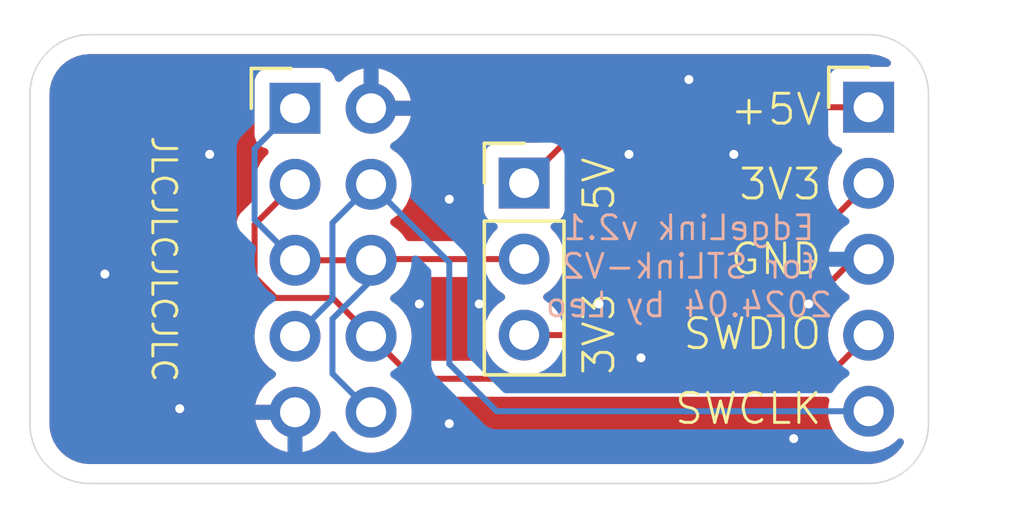
<source format=kicad_pcb>
(kicad_pcb (version 20240108) (generator "pcbnew") (generator_version "8.0")
  (layers (0 "F.Cu" signal) (31 "B.Cu" signal) (34 "B.Paste" user) (35 "F.Paste" user) (36 "B.SilkS" user "B.Silkscreen") (37 "F.SilkS" user "F.Silkscreen") (38 "B.Mask" user) (39 "F.Mask" user) (44 "Edge.Cuts" user))
  (net 0 "")
  (net 1 "/SWDIO")
  (net 2 "GND")
  (net 3 "+3.3V")
  (net 4 "/SWCLK")
  (net 5 "+5V")
  (net 6 "/Boot")
  (footprint "Connector_PinHeader_2.54mm:PinHeader_1x05_P2.54mm_Vertical" (layer "F.Cu") (at 69 49.425)
    (property "Reference" "J3")
    (property "Value" "Conn_STLink2")
    (fp_line (start -1.33 -1.33) (end 0 -1.33) (stroke (width 0.12)) (layer "F.SilkS"))
    (fp_line (start -1.33 0) (end -1.33 -1.33) (stroke (width 0.12)) (layer "F.SilkS"))
    (pad "1" thru_hole rect (at 0 0) (size 1.7 1.7) (drill 1) (layers "*.Cu" "*.Mask") (net 5 "+5V"))
    (pad "2" thru_hole oval (at 0 2.54) (size 1.7 1.7) (drill 1) (layers "*.Cu" "*.Mask") (net 3 "+3.3V"))
    (pad "3" thru_hole oval (at 0 5.08) (size 1.7 1.7) (drill 1) (layers "*.Cu" "*.Mask") (net 2 "GND"))
    (pad "4" thru_hole oval (at 0 7.62) (size 1.7 1.7) (drill 1) (layers "*.Cu" "*.Mask") (net 1 "/SWDIO"))
    (pad "5" thru_hole oval (at 0 10.16) (size 1.7 1.7) (drill 1) (layers "*.Cu" "*.Mask") (net 4 "/SWCLK"))
  )
  (footprint "Connector_PinSocket_2.54mm:PinSocket_2x05_P2.54mm_Vertical" (layer "F.Cu") (at 52.39 49.46)
    (property "Reference" "J1")
    (property "Value" "Conn_edge_socket")
    (fp_line (start -4 -1.33) (end -2.67 -1.33) (stroke (width 0.12)) (layer "F.SilkS"))
    (fp_line (start -4 0) (end -4 -1.33) (stroke (width 0.12)) (layer "F.SilkS"))
    (pad "1" thru_hole rect (at -2.54 0) (size 1.7 1.7) (drill 1) (layers "*.Cu" "*.Mask") (net 6 "/Boot"))
    (pad "2" thru_hole oval (at -2.54 2.54) (size 1.7 1.7) (drill 1) (layers "*.Cu" "*.Mask") (net 1 "/SWDIO"))
    (pad "3" thru_hole oval (at -2.54 5.08) (size 1.7 1.7) (drill 1) (layers "*.Cu" "*.Mask") (net 6 "/Boot"))
    (pad "4" thru_hole oval (at -2.54 7.62) (size 1.7 1.7) (drill 1) (layers "*.Cu" "*.Mask") (net 4 "/SWCLK"))
    (pad "5" thru_hole oval (at -2.54 10.16) (size 1.7 1.7) (drill 1) (layers "*.Cu" "*.Mask") (net 2 "GND"))
    (pad "6" thru_hole oval (at 0 10.16) (size 1.7 1.7) (drill 1) (layers "*.Cu" "*.Mask") (net 6 "/Boot"))
    (pad "7" thru_hole oval (at 0 7.62) (size 1.7 1.7) (drill 1) (layers "*.Cu" "*.Mask") (net 1 "/SWDIO"))
    (pad "8" thru_hole oval (at 0 5.08) (size 1.7 1.7) (drill 1) (layers "*.Cu" "*.Mask") (net 6 "/Boot"))
    (pad "9" thru_hole oval (at 0 2.54) (size 1.7 1.7) (drill 1) (layers "*.Cu" "*.Mask") (net 4 "/SWCLK"))
    (pad "10" thru_hole oval (at 0 0) (size 1.7 1.7) (drill 1) (layers "*.Cu" "*.Mask") (net 2 "GND"))
  )
  (footprint "Connector_PinHeader_2.54mm:PinHeader_1x03_P2.54mm_Vertical" (layer "F.Cu") (at 57.5 51.96)
    (property "Reference" "SW1")
    (property "Value" "SW_Push_SPDT")
    (fp_line (start -1.33 -1.33) (end 0 -1.33) (stroke (width 0.12)) (layer "F.SilkS"))
    (fp_line (start -1.33 0) (end -1.33 -1.33) (stroke (width 0.12)) (layer "F.SilkS"))
    (fp_line (start -1.33 1.27) (end -1.33 6.41) (stroke (width 0.12)) (layer "F.SilkS"))
    (fp_line (start -1.33 1.27) (end 1.33 1.27) (stroke (width 0.12)) (layer "F.SilkS"))
    (fp_line (start -1.33 6.41) (end 1.33 6.41) (stroke (width 0.12)) (layer "F.SilkS"))
    (fp_line (start 1.33 1.27) (end 1.33 6.41) (stroke (width 0.12)) (layer "F.SilkS"))
    (pad "1" thru_hole rect (at 0 0) (size 1.7 1.7) (drill 1) (layers "*.Cu" "*.Mask") (net 5 "+5V"))
    (pad "2" thru_hole oval (at 0 2.54) (size 1.7 1.7) (drill 1) (layers "*.Cu" "*.Mask") (net 6 "/Boot"))
    (pad "3" thru_hole oval (at 0 5.08) (size 1.7 1.7) (drill 1) (layers "*.Cu" "*.Mask") (net 3 "+3.3V"))
  )
  (gr_arc (start 43 62) (mid 41.585786 61.414214) (end 41 60) (stroke (width 0.05)) (layer "Edge.Cuts"))
  (gr_line (start 71 49) (end 71 60) (stroke (width 0.05)) (layer "Edge.Cuts"))
  (gr_line (start 69 62) (end 43 62) (stroke (width 0.05)) (layer "Edge.Cuts"))
  (gr_arc (start 41 49) (mid 41.585786 47.585786) (end 43 47) (stroke (width 0.05)) (layer "Edge.Cuts"))
  (gr_line (start 41 60) (end 41 49) (stroke (width 0.05)) (layer "Edge.Cuts"))
  (gr_arc (start 69 47) (mid 70.414214 47.585786) (end 71 49) (stroke (width 0.05)) (layer "Edge.Cuts"))
  (gr_line (start 43 47) (end 69 47) (stroke (width 0.05)) (layer "Edge.Cuts"))
  (gr_arc (start 71 60) (mid 70.414214 61.414214) (end 69 62) (stroke (width 0.05)) (layer "Edge.Cuts"))
  (gr_text "EdgeLink v2.1\nfor STLink-V2\n2024.04 by Leo" (at 63 56.5 0) (layer "B.SilkS") (effects (font (size 0.8 0.8) (thickness 0.1)) (justify bottom mirror)))
  (gr_text "3V3" (at 60 57 90) (layer "F.SilkS") (effects (font (size 1 1) (thickness 0.1))))
  (gr_text "+5V" (at 67.5 49.5 0) (layer "F.SilkS") (effects (font (size 1 1) (thickness 0.1)) (justify right)))
  (gr_text "GND" (at 67.5 54.5 0) (layer "F.SilkS") (effects (font (size 1 1) (thickness 0.1)) (justify right)))
  (gr_text "SWDIO" (at 67.5 57 0) (layer "F.SilkS") (effects (font (size 1 1) (thickness 0.1)) (justify right)))
  (gr_text "SWCLK" (at 67.5 59.5 0) (layer "F.SilkS") (effects (font (size 1 1) (thickness 0.1)) (justify right)))
  (gr_text "3V3" (at 67.5 52 0) (layer "F.SilkS") (effects (font (size 1 1) (thickness 0.1)) (justify right)))
  (gr_text "JLCJLCJLCJLC" (at 45 54.5 -90) (layer "F.SilkS") (effects (font (size 0.8 0.8) (thickness 0.1)) (justify bottom)))
  (gr_text "5V" (at 60 52 90) (layer "F.SilkS") (effects (font (size 1 1) (thickness 0.1))))
  (segment (start 49.85 52) (end 48.5 53.35) (width 0.2) (layer "F.Cu") (net 1))
  (segment (start 48.5 55.1) (end 49.2 55.8) (width 0.2) (layer "F.Cu") (net 1))
  (segment (start 51.11 55.8) (end 52.39 57.08) (width 0.2) (layer "F.Cu") (net 1))
  (segment (start 49.2 55.8) (end 51.11 55.8) (width 0.2) (layer "F.Cu") (net 1))
  (segment (start 48.5 53.35) (end 48.5 55.1) (width 0.2) (layer "F.Cu") (net 1))
  (segment (start 52.39 57.08) (end 53.81 58.5) (width 0.2) (layer "F.Cu") (net 1))
  (segment (start 53.81 58.5) (end 67.545 58.5) (width 0.2) (layer "F.Cu") (net 1))
  (segment (start 67.545 58.5) (end 69 57.045) (width 0.2) (layer "F.Cu") (net 1))
  (segment (start 52.47 57) (end 52.39 57.08) (width 0.2) (layer "B.Cu") (net 1))
  (segment (start 68.495 54.505) (end 67 56) (width 0.2) (layer "F.Cu") (net 2))
  (segment (start 69 54.505) (end 68.495 54.505) (width 0.2) (layer "F.Cu") (net 2))
  (via (at 56 56) (size 0.6) (drill 0.3) (layers "F.Cu" "B.Cu") (net 2))
  (via (at 64.5 51) (size 0.6) (drill 0.3) (layers "F.Cu" "B.Cu") (net 2))
  (via (at 63 48.5) (size 0.6) (drill 0.3) (layers "F.Cu" "B.Cu") (net 2))
  (via (at 47 51) (size 0.6) (drill 0.3) (layers "F.Cu" "B.Cu") (net 2))
  (via (at 67 56) (size 0.6) (drill 0.3) (layers "F.Cu" "B.Cu") (net 2))
  (via (at 61.4 57.8) (size 0.6) (drill 0.3) (layers "F.Cu" "B.Cu") (net 2))
  (via (at 66.5 60.5) (size 0.6) (drill 0.3) (layers "F.Cu" "B.Cu") (net 2))
  (via (at 54 56) (size 0.6) (drill 0.3) (layers "F.Cu" "B.Cu") (net 2))
  (via (at 55 52.5) (size 0.6) (drill 0.3) (layers "F.Cu" "B.Cu") (net 2))
  (via (at 43.5 55) (size 0.6) (drill 0.3) (layers "F.Cu" "B.Cu") (net 2))
  (via (at 61 51) (size 0.6) (drill 0.3) (layers "F.Cu" "B.Cu") (net 2))
  (via (at 60 56) (size 0.6) (drill 0.3) (layers "F.Cu" "B.Cu") (net 2))
  (via (at 46 59.5) (size 0.6) (drill 0.3) (layers "F.Cu" "B.Cu") (net 2))
  (via (at 55 60) (size 0.6) (drill 0.3) (layers "F.Cu" "B.Cu") (net 2))
  (segment (start 69 51.965) (end 63.925 57.04) (width 0.2) (layer "F.Cu") (net 3))
  (segment (start 63.925 57.04) (end 57.5 57.04) (width 0.2) (layer "F.Cu") (net 3))
  (segment (start 68.585 60) (end 69 59.585) (width 0.2) (layer "F.Cu") (net 4))
  (segment (start 52.39 52) (end 55 54.61) (width 0.2) (layer "B.Cu") (net 4))
  (segment (start 56.585 59.585) (end 69 59.585) (width 0.2) (layer "B.Cu") (net 4))
  (segment (start 51.1 55.83) (end 51.1 53.29) (width 0.2) (layer "B.Cu") (net 4))
  (segment (start 49.85 57.08) (end 51.1 55.83) (width 0.2) (layer "B.Cu") (net 4))
  (segment (start 55 58) (end 56.585 59.585) (width 0.2) (layer "B.Cu") (net 4))
  (segment (start 55 54.61) (end 55 58) (width 0.2) (layer "B.Cu") (net 4))
  (segment (start 51.1 53.29) (end 52.39 52) (width 0.2) (layer "B.Cu") (net 4))
  (segment (start 69 49.425) (end 60.035 49.425) (width 0.2) (layer "F.Cu") (net 5))
  (segment (start 60.035 49.425) (end 57.5 51.96) (width 0.2) (layer "F.Cu") (net 5))
  (segment (start 52.39 59.62) (end 52.77 60) (width 0.2) (layer "F.Cu") (net 6))
  (segment (start 49.85 54.54) (end 52.39 54.54) (width 0.2) (layer "F.Cu") (net 6))
  (segment (start 52.43 54.5) (end 52.39 54.54) (width 0.2) (layer "F.Cu") (net 6))
  (segment (start 57.5 54.5) (end 52.43 54.5) (width 0.2) (layer "F.Cu") (net 6))
  (segment (start 48.5 53.19) (end 48.5 50.81) (width 0.2) (layer "B.Cu") (net 6))
  (segment (start 52.39 55.21) (end 51.1 56.5) (width 0.2) (layer "B.Cu") (net 6))
  (segment (start 52.39 54.54) (end 52.39 55.21) (width 0.2) (layer "B.Cu") (net 6))
  (segment (start 51.1 58.33) (end 52.39 59.62) (width 0.2) (layer "B.Cu") (net 6))
  (segment (start 48.5 50.81) (end 49.85 49.46) (width 0.2) (layer "B.Cu") (net 6))
  (segment (start 51.1 56.5) (end 51.1 58.33) (width 0.2) (layer "B.Cu") (net 6))
  (segment (start 49.85 54.54) (end 48.5 53.19) (width 0.2) (layer "B.Cu") (net 6))
  (zone (net 2) (net_name "GND") (layer "F.Cu") (connect_pads (clearance 0.5)) (min_thickness 0.25) (fill yes (thermal_gap 0.5) (thermal_bridge_width 0.5))
    (polygon (pts (xy 40 46) (xy 40 63) (xy 72 63) (xy 72 46)))
  )
  (zone (net 2) (net_name "GND") (layer "B.Cu") (priority 1) (connect_pads (clearance 0.5)) (min_thickness 0.25) (fill yes (thermal_gap 0.5) (thermal_bridge_width 0.5))
    (polygon (pts (xy 40 46) (xy 40 63) (xy 72 63) (xy 72 46)))
  )
)
</source>
